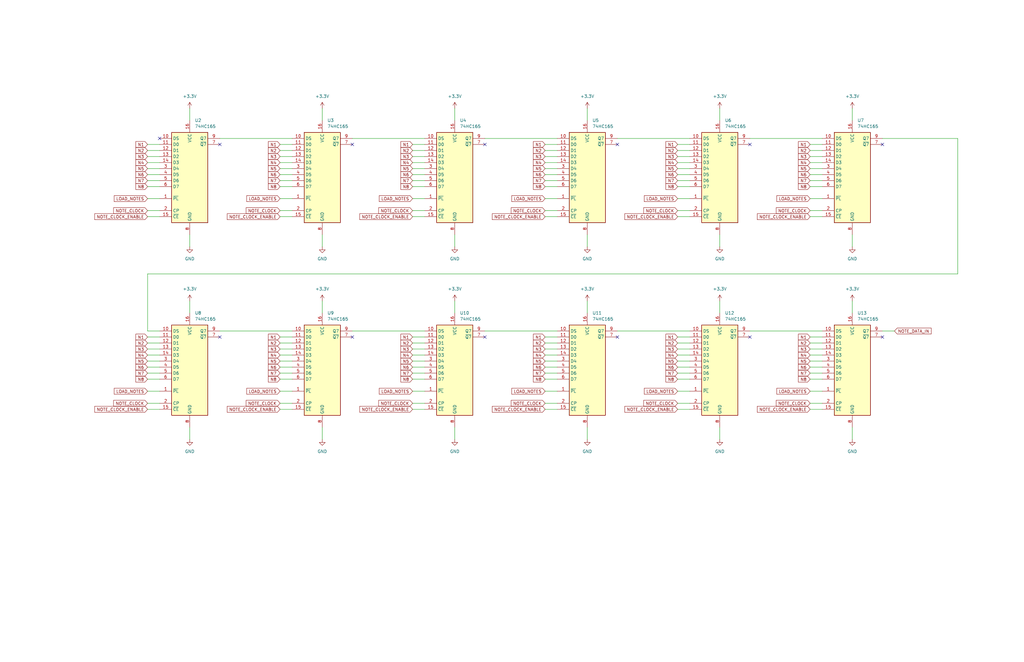
<source format=kicad_sch>
(kicad_sch (version 20250114) (generator "eeschema") (generator_version "9.0")
  (paper "B")
  (lib_symbols
    (symbol "74xx:74HC165"
      (property "Reference" "U" (at -7.62 19.05 0))
      (property "Value" "74HC165" (at -7.62 -21.59 0))
      (symbol "74HC165_1_0"
        (pin input line (at -12.7 15.24 0) (length 5.08) (name "DS") (number "10"))
        (pin input line (at -12.7 12.7 0) (length 5.08) (name "D0") (number "11"))
        (pin input line (at -12.7 10.16 0) (length 5.08) (name "D1") (number "12"))
        (pin input line (at -12.7 7.62 0) (length 5.08) (name "D2") (number "13"))
        (pin input line (at -12.7 5.08 0) (length 5.08) (name "D3") (number "14"))
        (pin input line (at -12.7 2.54 0) (length 5.08) (name "D4") (number "3"))
        (pin input line (at -12.7 0 0) (length 5.08) (name "D5") (number "4"))
        (pin input line (at -12.7 -2.54 0) (length 5.08) (name "D6") (number "5"))
        (pin input line (at -12.7 -5.08 0) (length 5.08) (name "D7") (number "6"))
        (pin input line (at -12.7 -10.16 0) (length 5.08) (name "~{PL}") (number "1"))
        (pin input line (at -12.7 -15.24 0) (length 5.08) (name "CP") (number "2"))
        (pin input line (at -12.7 -17.78 0) (length 5.08) (name "~{CE}") (number "15"))
        (pin power_in line (at 0 22.86 270) (length 5.08) (name "VCC") (number "16"))
        (pin power_in line (at 0 -25.4 90) (length 5.08) (name "GND") (number "8"))
        (pin output line (at 12.7 15.24 180) (length 5.08) (name "Q7") (number "9"))
        (pin output line (at 12.7 12.7 180) (length 5.08) (name "~{Q7}") (number "7"))
      )
      (symbol "74HC165_1_1"
        (rectangle (start -7.62 17.78) (end 7.62 -20.32) (stroke (width 0.254)) (fill (type background)))
      )
    )
    (symbol "power:+3.3V" (power) (pin_numbers (hide yes)) (pin_names (offset 0) (hide yes))
      (property "Value" "+3.3V" (at 0 3.556 0))
      (symbol "+3.3V_0_1"
        (polyline (pts (xy -0.762 1.27) (xy 0 2.54)))
        (polyline (pts (xy 0 2.54) (xy 0.762 1.27)))
        (polyline (pts (xy 0 0) (xy 0 2.54)))
      )
      (symbol "+3.3V_1_1"
        (pin power_in line (at 0 0 90) (length 0) (name "~") (number "1"))
      )
    )
    (symbol "power:GND" (power) (pin_numbers (hide yes)) (pin_names (offset 0) (hide yes))
      (property "Value" "GND" (at 0 -3.81 0))
      (symbol "GND_0_1"
        (polyline (pts (xy 0 0) (xy 0 -1.27) (xy 1.27 -1.27) (xy 0 -2.54) (xy -1.27 -1.27) (xy 0 -1.27)))
      )
      (symbol "GND_1_1"
        (pin power_in line (at 0 0 270) (length 0) (name "~") (number "1"))
      )
    )
  )
  (no_connect (at 92.71 60.96))
  (no_connect (at 260.35 60.96))
  (no_connect (at 148.59 60.96))
  (no_connect (at 204.47 60.96))
  (no_connect (at 92.71 142.24))
  (no_connect (at 316.23 142.24))
  (no_connect (at 260.35 142.24))
  (no_connect (at 372.11 60.96))
  (no_connect (at 67.31 58.42))
  (no_connect (at 148.59 142.24))
  (no_connect (at 204.47 142.24))
  (no_connect (at 372.11 142.24))
  (no_connect (at 316.23 60.96))
  (wire (pts (xy 229.87 152.4) (xy 234.95 152.4)))
  (wire (pts (xy 62.23 68.58) (xy 67.31 68.58)))
  (wire (pts (xy 341.63 172.72) (xy 346.71 172.72)))
  (wire (pts (xy 118.11 147.32) (xy 123.19 147.32)))
  (wire (pts (xy 285.75 170.18) (xy 290.83 170.18)))
  (wire (pts (xy 173.99 157.48) (xy 179.07 157.48)))
  (wire (pts (xy 285.75 63.5) (xy 290.83 63.5)))
  (wire (pts (xy 285.75 157.48) (xy 290.83 157.48)))
  (wire (pts (xy 191.77 180.34) (xy 191.77 185.42)))
  (wire (pts (xy 285.75 60.96) (xy 290.83 60.96)))
  (wire (pts (xy 341.63 152.4) (xy 346.71 152.4)))
  (wire (pts (xy 173.99 63.5) (xy 179.07 63.5)))
  (wire (pts (xy 118.11 68.58) (xy 123.19 68.58)))
  (wire (pts (xy 135.89 127) (xy 135.89 132.08)))
  (wire (pts (xy 229.87 78.74) (xy 234.95 78.74)))
  (wire (pts (xy 118.11 88.9) (xy 123.19 88.9)))
  (wire (pts (xy 80.01 127) (xy 80.01 132.08)))
  (wire (pts (xy 229.87 144.78) (xy 234.95 144.78)))
  (wire (pts (xy 341.63 60.96) (xy 346.71 60.96)))
  (wire (pts (xy 62.23 73.66) (xy 67.31 73.66)))
  (wire (pts (xy 303.53 99.06) (xy 303.53 104.14)))
  (wire (pts (xy 229.87 154.94) (xy 234.95 154.94)))
  (wire (pts (xy 229.87 68.58) (xy 234.95 68.58)))
  (wire (pts (xy 290.83 139.7) (xy 260.35 139.7)))
  (wire (pts (xy 247.65 127) (xy 247.65 132.08)))
  (wire (pts (xy 173.99 68.58) (xy 179.07 68.58)))
  (wire (pts (xy 285.75 73.66) (xy 290.83 73.66)))
  (wire (pts (xy 173.99 147.32) (xy 179.07 147.32)))
  (wire (pts (xy 229.87 73.66) (xy 234.95 73.66)))
  (wire (pts (xy 229.87 170.18) (xy 234.95 170.18)))
  (wire (pts (xy 260.35 58.42) (xy 290.83 58.42)))
  (wire (pts (xy 234.95 139.7) (xy 204.47 139.7)))
  (wire (pts (xy 135.89 99.06) (xy 135.89 104.14)))
  (wire (pts (xy 247.65 180.34) (xy 247.65 185.42)))
  (wire (pts (xy 229.87 165.1) (xy 234.95 165.1)))
  (wire (pts (xy 229.87 147.32) (xy 234.95 147.32)))
  (wire (pts (xy 229.87 88.9) (xy 234.95 88.9)))
  (wire (pts (xy 285.75 152.4) (xy 290.83 152.4)))
  (wire (pts (xy 341.63 154.94) (xy 346.71 154.94)))
  (wire (pts (xy 285.75 147.32) (xy 290.83 147.32)))
  (wire (pts (xy 341.63 142.24) (xy 346.71 142.24)))
  (wire (pts (xy 118.11 165.1) (xy 123.19 165.1)))
  (wire (pts (xy 303.53 127) (xy 303.53 132.08)))
  (wire (pts (xy 62.23 165.1) (xy 67.31 165.1)))
  (wire (pts (xy 173.99 83.82) (xy 179.07 83.82)))
  (wire (pts (xy 92.71 139.7) (xy 123.19 139.7)))
  (wire (pts (xy 229.87 172.72) (xy 234.95 172.72)))
  (wire (pts (xy 62.23 170.18) (xy 67.31 170.18)))
  (wire (pts (xy 341.63 73.66) (xy 346.71 73.66)))
  (wire (pts (xy 62.23 115.57) (xy 403.86 115.57)))
  (wire (pts (xy 303.53 45.72) (xy 303.53 50.8)))
  (wire (pts (xy 191.77 45.72) (xy 191.77 50.8)))
  (wire (pts (xy 118.11 144.78) (xy 123.19 144.78)))
  (wire (pts (xy 341.63 149.86) (xy 346.71 149.86)))
  (wire (pts (xy 118.11 170.18) (xy 123.19 170.18)))
  (wire (pts (xy 173.99 170.18) (xy 179.07 170.18)))
  (wire (pts (xy 285.75 144.78) (xy 290.83 144.78)))
  (wire (pts (xy 62.23 66.04) (xy 67.31 66.04)))
  (wire (pts (xy 173.99 142.24) (xy 179.07 142.24)))
  (wire (pts (xy 173.99 76.2) (xy 179.07 76.2)))
  (wire (pts (xy 62.23 76.2) (xy 67.31 76.2)))
  (wire (pts (xy 118.11 91.44) (xy 123.19 91.44)))
  (wire (pts (xy 285.75 165.1) (xy 290.83 165.1)))
  (wire (pts (xy 62.23 91.44) (xy 67.31 91.44)))
  (wire (pts (xy 285.75 172.72) (xy 290.83 172.72)))
  (wire (pts (xy 191.77 99.06) (xy 191.77 104.14)))
  (wire (pts (xy 229.87 149.86) (xy 234.95 149.86)))
  (wire (pts (xy 403.86 58.42) (xy 372.11 58.42)))
  (wire (pts (xy 341.63 88.9) (xy 346.71 88.9)))
  (wire (pts (xy 191.77 127) (xy 191.77 132.08)))
  (wire (pts (xy 135.89 45.72) (xy 135.89 50.8)))
  (wire (pts (xy 118.11 157.48) (xy 123.19 157.48)))
  (wire (pts (xy 204.47 58.42) (xy 234.95 58.42)))
  (wire (pts (xy 341.63 147.32) (xy 346.71 147.32)))
  (wire (pts (xy 285.75 160.02) (xy 290.83 160.02)))
  (wire (pts (xy 341.63 91.44) (xy 346.71 91.44)))
  (wire (pts (xy 173.99 160.02) (xy 179.07 160.02)))
  (wire (pts (xy 285.75 91.44) (xy 290.83 91.44)))
  (wire (pts (xy 229.87 63.5) (xy 234.95 63.5)))
  (wire (pts (xy 229.87 91.44) (xy 234.95 91.44)))
  (wire (pts (xy 247.65 45.72) (xy 247.65 50.8)))
  (wire (pts (xy 359.41 99.06) (xy 359.41 104.14)))
  (wire (pts (xy 229.87 71.12) (xy 234.95 71.12)))
  (wire (pts (xy 341.63 63.5) (xy 346.71 63.5)))
  (wire (pts (xy 62.23 172.72) (xy 67.31 172.72)))
  (wire (pts (xy 173.99 91.44) (xy 179.07 91.44)))
  (wire (pts (xy 118.11 172.72) (xy 123.19 172.72)))
  (wire (pts (xy 316.23 58.42) (xy 346.71 58.42)))
  (wire (pts (xy 359.41 127) (xy 359.41 132.08)))
  (wire (pts (xy 247.65 99.06) (xy 247.65 104.14)))
  (wire (pts (xy 229.87 142.24) (xy 234.95 142.24)))
  (wire (pts (xy 173.99 60.96) (xy 179.07 60.96)))
  (wire (pts (xy 62.23 160.02) (xy 67.31 160.02)))
  (wire (pts (xy 285.75 83.82) (xy 290.83 83.82)))
  (wire (pts (xy 118.11 154.94) (xy 123.19 154.94)))
  (wire (pts (xy 62.23 83.82) (xy 67.31 83.82)))
  (wire (pts (xy 341.63 68.58) (xy 346.71 68.58)))
  (wire (pts (xy 341.63 170.18) (xy 346.71 170.18)))
  (wire (pts (xy 62.23 147.32) (xy 67.31 147.32)))
  (wire (pts (xy 118.11 152.4) (xy 123.19 152.4)))
  (wire (pts (xy 341.63 165.1) (xy 346.71 165.1)))
  (wire (pts (xy 173.99 66.04) (xy 179.07 66.04)))
  (wire (pts (xy 118.11 76.2) (xy 123.19 76.2)))
  (wire (pts (xy 341.63 76.2) (xy 346.71 76.2)))
  (wire (pts (xy 118.11 160.02) (xy 123.19 160.02)))
  (wire (pts (xy 148.59 58.42) (xy 179.07 58.42)))
  (wire (pts (xy 62.23 149.86) (xy 67.31 149.86)))
  (wire (pts (xy 359.41 45.72) (xy 359.41 50.8)))
  (wire (pts (xy 62.23 78.74) (xy 67.31 78.74)))
  (wire (pts (xy 316.23 139.7) (xy 346.71 139.7)))
  (wire (pts (xy 285.75 78.74) (xy 290.83 78.74)))
  (wire (pts (xy 62.23 63.5) (xy 67.31 63.5)))
  (wire (pts (xy 173.99 71.12) (xy 179.07 71.12)))
  (wire (pts (xy 62.23 115.57) (xy 62.23 139.7)))
  (wire (pts (xy 118.11 142.24) (xy 123.19 142.24)))
  (wire (pts (xy 173.99 152.4) (xy 179.07 152.4)))
  (wire (pts (xy 118.11 66.04) (xy 123.19 66.04)))
  (wire (pts (xy 62.23 152.4) (xy 67.31 152.4)))
  (wire (pts (xy 341.63 78.74) (xy 346.71 78.74)))
  (wire (pts (xy 62.23 71.12) (xy 67.31 71.12)))
  (wire (pts (xy 92.71 58.42) (xy 123.19 58.42)))
  (wire (pts (xy 285.75 154.94) (xy 290.83 154.94)))
  (wire (pts (xy 173.99 78.74) (xy 179.07 78.74)))
  (wire (pts (xy 118.11 63.5) (xy 123.19 63.5)))
  (wire (pts (xy 173.99 165.1) (xy 179.07 165.1)))
  (wire (pts (xy 229.87 60.96) (xy 234.95 60.96)))
  (wire (pts (xy 173.99 149.86) (xy 179.07 149.86)))
  (wire (pts (xy 135.89 180.34) (xy 135.89 185.42)))
  (wire (pts (xy 118.11 78.74) (xy 123.19 78.74)))
  (wire (pts (xy 341.63 83.82) (xy 346.71 83.82)))
  (wire (pts (xy 285.75 149.86) (xy 290.83 149.86)))
  (wire (pts (xy 341.63 66.04) (xy 346.71 66.04)))
  (wire (pts (xy 62.23 88.9) (xy 67.31 88.9)))
  (wire (pts (xy 80.01 180.34) (xy 80.01 185.42)))
  (wire (pts (xy 285.75 76.2) (xy 290.83 76.2)))
  (wire (pts (xy 62.23 154.94) (xy 67.31 154.94)))
  (wire (pts (xy 80.01 45.72) (xy 80.01 50.8)))
  (wire (pts (xy 62.23 157.48) (xy 67.31 157.48)))
  (wire (pts (xy 80.01 99.06) (xy 80.01 104.14)))
  (wire (pts (xy 285.75 66.04) (xy 290.83 66.04)))
  (wire (pts (xy 179.07 139.7) (xy 148.59 139.7)))
  (wire (pts (xy 62.23 139.7) (xy 67.31 139.7)))
  (wire (pts (xy 173.99 144.78) (xy 179.07 144.78)))
  (wire (pts (xy 359.41 180.34) (xy 359.41 185.42)))
  (wire (pts (xy 62.23 60.96) (xy 67.31 60.96)))
  (wire (pts (xy 173.99 88.9) (xy 179.07 88.9)))
  (wire (pts (xy 118.11 83.82) (xy 123.19 83.82)))
  (wire (pts (xy 341.63 157.48) (xy 346.71 157.48)))
  (wire (pts (xy 303.53 180.34) (xy 303.53 185.42)))
  (wire (pts (xy 173.99 73.66) (xy 179.07 73.66)))
  (wire (pts (xy 173.99 154.94) (xy 179.07 154.94)))
  (wire (pts (xy 285.75 71.12) (xy 290.83 71.12)))
  (wire (pts (xy 285.75 142.24) (xy 290.83 142.24)))
  (wire (pts (xy 403.86 115.57) (xy 403.86 58.42)))
  (wire (pts (xy 118.11 73.66) (xy 123.19 73.66)))
  (wire (pts (xy 229.87 160.02) (xy 234.95 160.02)))
  (wire (pts (xy 341.63 144.78) (xy 346.71 144.78)))
  (wire (pts (xy 341.63 71.12) (xy 346.71 71.12)))
  (wire (pts (xy 285.75 88.9) (xy 290.83 88.9)))
  (wire (pts (xy 62.23 144.78) (xy 67.31 144.78)))
  (wire (pts (xy 285.75 68.58) (xy 290.83 68.58)))
  (wire (pts (xy 118.11 149.86) (xy 123.19 149.86)))
  (wire (pts (xy 229.87 83.82) (xy 234.95 83.82)))
  (wire (pts (xy 118.11 60.96) (xy 123.19 60.96)))
  (wire (pts (xy 229.87 66.04) (xy 234.95 66.04)))
  (wire (pts (xy 229.87 76.2) (xy 234.95 76.2)))
  (wire (pts (xy 173.99 172.72) (xy 179.07 172.72)))
  (wire (pts (xy 341.63 160.02) (xy 346.71 160.02)))
  (wire (pts (xy 62.23 142.24) (xy 67.31 142.24)))
  (wire (pts (xy 118.11 71.12) (xy 123.19 71.12)))
  (wire (pts (xy 229.87 157.48) (xy 234.95 157.48)))
  (wire (pts (xy 372.11 139.7) (xy 377.19 139.7)))
  (global_label "N4" (shape input) (at 229.87 149.86 180) (property "Intersheetrefs" "${INTERSHEET_REFS}" (effects (hide yes))))
  (global_label "N1" (shape input) (at 62.23 142.24 180) (property "Intersheetrefs" "${INTERSHEET_REFS}" (effects (hide yes))))
  (global_label "N8" (shape input) (at 173.99 78.74 180) (property "Intersheetrefs" "${INTERSHEET_REFS}" (effects (hide yes))))
  (global_label "N7" (shape input) (at 229.87 157.48 180) (property "Intersheetrefs" "${INTERSHEET_REFS}" (effects (hide yes))))
  (global_label "N4" (shape input) (at 173.99 68.58 180) (property "Intersheetrefs" "${INTERSHEET_REFS}" (effects (hide yes))))
  (global_label "N4" (shape input) (at 118.11 68.58 180) (property "Intersheetrefs" "${INTERSHEET_REFS}" (effects (hide yes))))
  (global_label "NOTE_CLOCK_ENABLE" (shape input) (at 173.99 91.44 180) (property "Intersheetrefs" "${INTERSHEET_REFS}" (effects (hide yes))))
  (global_label "NOTE_CLOCK_ENABLE" (shape input) (at 62.23 172.72 180) (property "Intersheetrefs" "${INTERSHEET_REFS}" (effects (hide yes))))
  (global_label "N5" (shape input) (at 173.99 71.12 180) (property "Intersheetrefs" "${INTERSHEET_REFS}" (effects (hide yes))))
  (global_label "N3" (shape input) (at 285.75 66.04 180) (property "Intersheetrefs" "${INTERSHEET_REFS}" (effects (hide yes))))
  (global_label "N2" (shape input) (at 341.63 144.78 180) (property "Intersheetrefs" "${INTERSHEET_REFS}" (effects (hide yes))))
  (global_label "N2" (shape input) (at 118.11 144.78 180) (property "Intersheetrefs" "${INTERSHEET_REFS}" (effects (hide yes))))
  (global_label "NOTE_CLOCK_ENABLE" (shape input) (at 118.11 172.72 180) (property "Intersheetrefs" "${INTERSHEET_REFS}" (effects (hide yes))))
  (global_label "N3" (shape input) (at 229.87 66.04 180) (property "Intersheetrefs" "${INTERSHEET_REFS}" (effects (hide yes))))
  (global_label "NOTE_CLOCK" (shape input) (at 118.11 170.18 180) (property "Intersheetrefs" "${INTERSHEET_REFS}" (effects (hide yes))))
  (global_label "NOTE_CLOCK_ENABLE" (shape input) (at 118.11 91.44 180) (property "Intersheetrefs" "${INTERSHEET_REFS}" (effects (hide yes))))
  (global_label "N6" (shape input) (at 118.11 154.94 180) (property "Intersheetrefs" "${INTERSHEET_REFS}" (effects (hide yes))))
  (global_label "N7" (shape input) (at 285.75 157.48 180) (property "Intersheetrefs" "${INTERSHEET_REFS}" (effects (hide yes))))
  (global_label "NOTE_CLOCK_ENABLE" (shape input) (at 341.63 91.44 180) (property "Intersheetrefs" "${INTERSHEET_REFS}" (effects (hide yes))))
  (global_label "LOAD_NOTES" (shape input) (at 62.23 83.82 180) (property "Intersheetrefs" "${INTERSHEET_REFS}" (effects (hide yes))))
  (global_label "N8" (shape input) (at 62.23 160.02 180) (property "Intersheetrefs" "${INTERSHEET_REFS}" (effects (hide yes))))
  (global_label "NOTE_CLOCK" (shape input) (at 118.11 88.9 180) (property "Intersheetrefs" "${INTERSHEET_REFS}" (effects (hide yes))))
  (global_label "N6" (shape input) (at 341.63 154.94 180) (property "Intersheetrefs" "${INTERSHEET_REFS}" (effects (hide yes))))
  (global_label "NOTE_CLOCK_ENABLE" (shape input) (at 62.23 91.44 180) (property "Intersheetrefs" "${INTERSHEET_REFS}" (effects (hide yes))))
  (global_label "N3" (shape input) (at 173.99 147.32 180) (property "Intersheetrefs" "${INTERSHEET_REFS}" (effects (hide yes))))
  (global_label "NOTE_CLOCK" (shape input) (at 285.75 170.18 180) (property "Intersheetrefs" "${INTERSHEET_REFS}" (effects (hide yes))))
  (global_label "N1" (shape input) (at 285.75 142.24 180) (property "Intersheetrefs" "${INTERSHEET_REFS}" (effects (hide yes))))
  (global_label "N1" (shape input) (at 229.87 142.24 180) (property "Intersheetrefs" "${INTERSHEET_REFS}" (effects (hide yes))))
  (global_label "N7" (shape input) (at 173.99 157.48 180) (property "Intersheetrefs" "${INTERSHEET_REFS}" (effects (hide yes))))
  (global_label "N4" (shape input) (at 229.87 68.58 180) (property "Intersheetrefs" "${INTERSHEET_REFS}" (effects (hide yes))))
  (global_label "N7" (shape input) (at 118.11 157.48 180) (property "Intersheetrefs" "${INTERSHEET_REFS}" (effects (hide yes))))
  (global_label "N6" (shape input) (at 62.23 73.66 180) (property "Intersheetrefs" "${INTERSHEET_REFS}" (effects (hide yes))))
  (global_label "NOTE_CLOCK_ENABLE" (shape input) (at 341.63 172.72 180) (property "Intersheetrefs" "${INTERSHEET_REFS}" (effects (hide yes))))
  (global_label "N5" (shape input) (at 341.63 71.12 180) (property "Intersheetrefs" "${INTERSHEET_REFS}" (effects (hide yes))))
  (global_label "N3" (shape input) (at 118.11 66.04 180) (property "Intersheetrefs" "${INTERSHEET_REFS}" (effects (hide yes))))
  (global_label "N2" (shape input) (at 173.99 144.78 180) (property "Intersheetrefs" "${INTERSHEET_REFS}" (effects (hide yes))))
  (global_label "LOAD_NOTES" (shape input) (at 229.87 83.82 180) (property "Intersheetrefs" "${INTERSHEET_REFS}" (effects (hide yes))))
  (global_label "N8" (shape input) (at 118.11 78.74 180) (property "Intersheetrefs" "${INTERSHEET_REFS}" (effects (hide yes))))
  (global_label "N7" (shape input) (at 341.63 157.48 180) (property "Intersheetrefs" "${INTERSHEET_REFS}" (effects (hide yes))))
  (global_label "N2" (shape input) (at 341.63 63.5 180) (property "Intersheetrefs" "${INTERSHEET_REFS}" (effects (hide yes))))
  (global_label "N5" (shape input) (at 229.87 71.12 180) (property "Intersheetrefs" "${INTERSHEET_REFS}" (effects (hide yes))))
  (global_label "N3" (shape input) (at 341.63 147.32 180) (property "Intersheetrefs" "${INTERSHEET_REFS}" (effects (hide yes))))
  (global_label "N1" (shape input) (at 229.87 60.96 180) (property "Intersheetrefs" "${INTERSHEET_REFS}" (effects (hide yes))))
  (global_label "LOAD_NOTES" (shape input) (at 229.87 165.1 180) (property "Intersheetrefs" "${INTERSHEET_REFS}" (effects (hide yes))))
  (global_label "N1" (shape input) (at 118.11 142.24 180) (property "Intersheetrefs" "${INTERSHEET_REFS}" (effects (hide yes))))
  (global_label "NOTE_CLOCK" (shape input) (at 341.63 88.9 180) (property "Intersheetrefs" "${INTERSHEET_REFS}" (effects (hide yes))))
  (global_label "N7" (shape input) (at 62.23 157.48 180) (property "Intersheetrefs" "${INTERSHEET_REFS}" (effects (hide yes))))
  (global_label "N1" (shape input) (at 62.23 60.96 180) (property "Intersheetrefs" "${INTERSHEET_REFS}" (effects (hide yes))))
  (global_label "N8" (shape input) (at 62.23 78.74 180) (property "Intersheetrefs" "${INTERSHEET_REFS}" (effects (hide yes))))
  (global_label "N8" (shape input) (at 229.87 160.02 180) (property "Intersheetrefs" "${INTERSHEET_REFS}" (effects (hide yes))))
  (global_label "N2" (shape input) (at 173.99 63.5 180) (property "Intersheetrefs" "${INTERSHEET_REFS}" (effects (hide yes))))
  (global_label "LOAD_NOTES" (shape input) (at 341.63 83.82 180) (property "Intersheetrefs" "${INTERSHEET_REFS}" (effects (hide yes))))
  (global_label "N6" (shape input) (at 173.99 154.94 180) (property "Intersheetrefs" "${INTERSHEET_REFS}" (effects (hide yes))))
  (global_label "N8" (shape input) (at 285.75 78.74 180) (property "Intersheetrefs" "${INTERSHEET_REFS}" (effects (hide yes))))
  (global_label "LOAD_NOTES" (shape input) (at 173.99 165.1 180) (property "Intersheetrefs" "${INTERSHEET_REFS}" (effects (hide yes))))
  (global_label "NOTE_CLOCK_ENABLE" (shape input) (at 229.87 172.72 180) (property "Intersheetrefs" "${INTERSHEET_REFS}" (effects (hide yes))))
  (global_label "NOTE_CLOCK_ENABLE" (shape input) (at 173.99 172.72 180) (property "Intersheetrefs" "${INTERSHEET_REFS}" (effects (hide yes))))
  (global_label "N3" (shape input) (at 118.11 147.32 180) (property "Intersheetrefs" "${INTERSHEET_REFS}" (effects (hide yes))))
  (global_label "LOAD_NOTES" (shape input) (at 118.11 165.1 180) (property "Intersheetrefs" "${INTERSHEET_REFS}" (effects (hide yes))))
  (global_label "N4" (shape input) (at 285.75 149.86 180) (property "Intersheetrefs" "${INTERSHEET_REFS}" (effects (hide yes))))
  (global_label "NOTE_CLOCK_ENABLE" (shape input) (at 285.75 91.44 180) (property "Intersheetrefs" "${INTERSHEET_REFS}" (effects (hide yes))))
  (global_label "N6" (shape input) (at 229.87 73.66 180) (property "Intersheetrefs" "${INTERSHEET_REFS}" (effects (hide yes))))
  (global_label "N4" (shape input) (at 173.99 149.86 180) (property "Intersheetrefs" "${INTERSHEET_REFS}" (effects (hide yes))))
  (global_label "N6" (shape input) (at 118.11 73.66 180) (property "Intersheetrefs" "${INTERSHEET_REFS}" (effects (hide yes))))
  (global_label "LOAD_NOTES" (shape input) (at 285.75 83.82 180) (property "Intersheetrefs" "${INTERSHEET_REFS}" (effects (hide yes))))
  (global_label "N6" (shape input) (at 285.75 73.66 180) (property "Intersheetrefs" "${INTERSHEET_REFS}" (effects (hide yes))))
  (global_label "N4" (shape input) (at 118.11 149.86 180) (property "Intersheetrefs" "${INTERSHEET_REFS}" (effects (hide yes))))
  (global_label "N1" (shape input) (at 341.63 142.24 180) (property "Intersheetrefs" "${INTERSHEET_REFS}" (effects (hide yes))))
  (global_label "N3" (shape input) (at 62.23 66.04 180) (property "Intersheetrefs" "${INTERSHEET_REFS}" (effects (hide yes))))
  (global_label "N5" (shape input) (at 118.11 152.4 180) (property "Intersheetrefs" "${INTERSHEET_REFS}" (effects (hide yes))))
  (global_label "N5" (shape input) (at 285.75 71.12 180) (property "Intersheetrefs" "${INTERSHEET_REFS}" (effects (hide yes))))
  (global_label "N3" (shape input) (at 229.87 147.32 180) (property "Intersheetrefs" "${INTERSHEET_REFS}" (effects (hide yes))))
  (global_label "N6" (shape input) (at 62.23 154.94 180) (property "Intersheetrefs" "${INTERSHEET_REFS}" (effects (hide yes))))
  (global_label "NOTE_DATA_IN" (shape input) (at 377.19 139.7 0) (property "Intersheetrefs" "${INTERSHEET_REFS}" (effects (hide yes))))
  (global_label "N3" (shape input) (at 173.99 66.04 180) (property "Intersheetrefs" "${INTERSHEET_REFS}" (effects (hide yes))))
  (global_label "N5" (shape input) (at 229.87 152.4 180) (property "Intersheetrefs" "${INTERSHEET_REFS}" (effects (hide yes))))
  (global_label "N6" (shape input) (at 285.75 154.94 180) (property "Intersheetrefs" "${INTERSHEET_REFS}" (effects (hide yes))))
  (global_label "N5" (shape input) (at 341.63 152.4 180) (property "Intersheetrefs" "${INTERSHEET_REFS}" (effects (hide yes))))
  (global_label "N3" (shape input) (at 285.75 147.32 180) (property "Intersheetrefs" "${INTERSHEET_REFS}" (effects (hide yes))))
  (global_label "N5" (shape input) (at 118.11 71.12 180) (property "Intersheetrefs" "${INTERSHEET_REFS}" (effects (hide yes))))
  (global_label "N4" (shape input) (at 341.63 149.86 180) (property "Intersheetrefs" "${INTERSHEET_REFS}" (effects (hide yes))))
  (global_label "NOTE_CLOCK" (shape input) (at 229.87 170.18 180) (property "Intersheetrefs" "${INTERSHEET_REFS}" (effects (hide yes))))
  (global_label "N1" (shape input) (at 285.75 60.96 180) (property "Intersheetrefs" "${INTERSHEET_REFS}" (effects (hide yes))))
  (global_label "N7" (shape input) (at 173.99 76.2 180) (property "Intersheetrefs" "${INTERSHEET_REFS}" (effects (hide yes))))
  (global_label "N5" (shape input) (at 62.23 152.4 180) (property "Intersheetrefs" "${INTERSHEET_REFS}" (effects (hide yes))))
  (global_label "N7" (shape input) (at 341.63 76.2 180) (property "Intersheetrefs" "${INTERSHEET_REFS}" (effects (hide yes))))
  (global_label "N4" (shape input) (at 285.75 68.58 180) (property "Intersheetrefs" "${INTERSHEET_REFS}" (effects (hide yes))))
  (global_label "N2" (shape input) (at 62.23 144.78 180) (property "Intersheetrefs" "${INTERSHEET_REFS}" (effects (hide yes))))
  (global_label "N7" (shape input) (at 62.23 76.2 180) (property "Intersheetrefs" "${INTERSHEET_REFS}" (effects (hide yes))))
  (global_label "N7" (shape input) (at 229.87 76.2 180) (property "Intersheetrefs" "${INTERSHEET_REFS}" (effects (hide yes))))
  (global_label "NOTE_CLOCK_ENABLE" (shape input) (at 229.87 91.44 180) (property "Intersheetrefs" "${INTERSHEET_REFS}" (effects (hide yes))))
  (global_label "NOTE_CLOCK" (shape input) (at 173.99 170.18 180) (property "Intersheetrefs" "${INTERSHEET_REFS}" (effects (hide yes))))
  (global_label "N1" (shape input) (at 173.99 142.24 180) (property "Intersheetrefs" "${INTERSHEET_REFS}" (effects (hide yes))))
  (global_label "N8" (shape input) (at 118.11 160.02 180) (property "Intersheetrefs" "${INTERSHEET_REFS}" (effects (hide yes))))
  (global_label "N6" (shape input) (at 229.87 154.94 180) (property "Intersheetrefs" "${INTERSHEET_REFS}" (effects (hide yes))))
  (global_label "NOTE_CLOCK" (shape input) (at 173.99 88.9 180) (property "Intersheetrefs" "${INTERSHEET_REFS}" (effects (hide yes))))
  (global_label "N5" (shape input) (at 285.75 152.4 180) (property "Intersheetrefs" "${INTERSHEET_REFS}" (effects (hide yes))))
  (global_label "N1" (shape input) (at 118.11 60.96 180) (property "Intersheetrefs" "${INTERSHEET_REFS}" (effects (hide yes))))
  (global_label "N3" (shape input) (at 341.63 66.04 180) (property "Intersheetrefs" "${INTERSHEET_REFS}" (effects (hide yes))))
  (global_label "N8" (shape input) (at 341.63 160.02 180) (property "Intersheetrefs" "${INTERSHEET_REFS}" (effects (hide yes))))
  (global_label "NOTE_CLOCK" (shape input) (at 285.75 88.9 180) (property "Intersheetrefs" "${INTERSHEET_REFS}" (effects (hide yes))))
  (global_label "LOAD_NOTES" (shape input) (at 285.75 165.1 180) (property "Intersheetrefs" "${INTERSHEET_REFS}" (effects (hide yes))))
  (global_label "LOAD_NOTES" (shape input) (at 62.23 165.1 180) (property "Intersheetrefs" "${INTERSHEET_REFS}" (effects (hide yes))))
  (global_label "N4" (shape input) (at 62.23 149.86 180) (property "Intersheetrefs" "${INTERSHEET_REFS}" (effects (hide yes))))
  (global_label "N6" (shape input) (at 173.99 73.66 180) (property "Intersheetrefs" "${INTERSHEET_REFS}" (effects (hide yes))))
  (global_label "N5" (shape input) (at 62.23 71.12 180) (property "Intersheetrefs" "${INTERSHEET_REFS}" (effects (hide yes))))
  (global_label "N2" (shape input) (at 62.23 63.5 180) (property "Intersheetrefs" "${INTERSHEET_REFS}" (effects (hide yes))))
  (global_label "N7" (shape input) (at 118.11 76.2 180) (property "Intersheetrefs" "${INTERSHEET_REFS}" (effects (hide yes))))
  (global_label "N7" (shape input) (at 285.75 76.2 180) (property "Intersheetrefs" "${INTERSHEET_REFS}" (effects (hide yes))))
  (global_label "N8" (shape input) (at 285.75 160.02 180) (property "Intersheetrefs" "${INTERSHEET_REFS}" (effects (hide yes))))
  (global_label "NOTE_CLOCK_ENABLE" (shape input) (at 285.75 172.72 180) (property "Intersheetrefs" "${INTERSHEET_REFS}" (effects (hide yes))))
  (global_label "N8" (shape input) (at 173.99 160.02 180) (property "Intersheetrefs" "${INTERSHEET_REFS}" (effects (hide yes))))
  (global_label "NOTE_CLOCK" (shape input) (at 229.87 88.9 180) (property "Intersheetrefs" "${INTERSHEET_REFS}" (effects (hide yes))))
  (global_label "N8" (shape input) (at 341.63 78.74 180) (property "Intersheetrefs" "${INTERSHEET_REFS}" (effects (hide yes))))
  (global_label "N4" (shape input) (at 341.63 68.58 180) (property "Intersheetrefs" "${INTERSHEET_REFS}" (effects (hide yes))))
  (global_label "NOTE_CLOCK" (shape input) (at 62.23 170.18 180) (property "Intersheetrefs" "${INTERSHEET_REFS}" (effects (hide yes))))
  (global_label "LOAD_NOTES" (shape input) (at 173.99 83.82 180) (property "Intersheetrefs" "${INTERSHEET_REFS}" (effects (hide yes))))
  (global_label "N8" (shape input) (at 229.87 78.74 180) (property "Intersheetrefs" "${INTERSHEET_REFS}" (effects (hide yes))))
  (global_label "NOTE_CLOCK" (shape input) (at 341.63 170.18 180) (property "Intersheetrefs" "${INTERSHEET_REFS}" (effects (hide yes))))
  (global_label "N2" (shape input) (at 285.75 144.78 180) (property "Intersheetrefs" "${INTERSHEET_REFS}" (effects (hide yes))))
  (global_label "N2" (shape input) (at 229.87 144.78 180) (property "Intersheetrefs" "${INTERSHEET_REFS}" (effects (hide yes))))
  (global_label "N5" (shape input) (at 173.99 152.4 180) (property "Intersheetrefs" "${INTERSHEET_REFS}" (effects (hide yes))))
  (global_label "N3" (shape input) (at 62.23 147.32 180) (property "Intersheetrefs" "${INTERSHEET_REFS}" (effects (hide yes))))
  (global_label "N2" (shape input) (at 229.87 63.5 180) (property "Intersheetrefs" "${INTERSHEET_REFS}" (effects (hide yes))))
  (global_label "N4" (shape input) (at 62.23 68.58 180) (property "Intersheetrefs" "${INTERSHEET_REFS}" (effects (hide yes))))
  (global_label "LOAD_NOTES" (shape input) (at 341.63 165.1 180) (property "Intersheetrefs" "${INTERSHEET_REFS}" (effects (hide yes))))
  (global_label "N2" (shape input) (at 285.75 63.5 180) (property "Intersheetrefs" "${INTERSHEET_REFS}" (effects (hide yes))))
  (global_label "N1" (shape input) (at 341.63 60.96 180) (property "Intersheetrefs" "${INTERSHEET_REFS}" (effects (hide yes))))
  (global_label "N2" (shape input) (at 118.11 63.5 180) (property "Intersheetrefs" "${INTERSHEET_REFS}" (effects (hide yes))))
  (global_label "LOAD_NOTES" (shape input) (at 118.11 83.82 180) (property "Intersheetrefs" "${INTERSHEET_REFS}" (effects (hide yes))))
  (global_label "N6" (shape input) (at 341.63 73.66 180) (property "Intersheetrefs" "${INTERSHEET_REFS}" (effects (hide yes))))
  (global_label "N1" (shape input) (at 173.99 60.96 180) (property "Intersheetrefs" "${INTERSHEET_REFS}" (effects (hide yes))))
  (global_label "NOTE_CLOCK" (shape input) (at 62.23 88.9 180) (property "Intersheetrefs" "${INTERSHEET_REFS}" (effects (hide yes))))
  (symbol (lib_id "power:GND") (at 191.77 185.42 0) (unit 1)
    (property "Reference" "#PWR039" (effects (hide yes)))
    (property "Value" "GND" (at 191.77 190.5 0))
    (property "Description" "Power symbol creates a global label with name \"GND\" , ground" (effects (hide yes)))
  )
  (symbol (lib_id "74xx:74HC165") (at 359.41 73.66 0) (unit 1)
    (property "Reference" "U7" (at 361.5533 50.8 0) (effects (justify left)))
    (property "Value" "74HC165" (at 361.5533 53.34 0) (effects (justify left)))
    (property "Datasheet" "https://assets.nexperia.com/documents/data-sheet/74HC_HCT165.pdf" (effects (hide yes)))
    (property "Description" "Shift Register, 8-bit, Parallel Load" (effects (hide yes)))
  )
  (symbol (lib_id "power:GND") (at 80.01 104.14 0) (unit 1)
    (property "Reference" "#PWR010" (effects (hide yes)))
    (property "Value" "GND" (at 80.01 109.22 0))
    (property "Description" "Power symbol creates a global label with name \"GND\" , ground" (effects (hide yes)))
  )
  (symbol (lib_id "74xx:74HC165") (at 80.01 73.66 0) (unit 1)
    (property "Reference" "U2" (at 82.1533 50.8 0) (effects (justify left)))
    (property "Value" "74HC165" (at 82.1533 53.34 0) (effects (justify left)))
    (property "Datasheet" "https://assets.nexperia.com/documents/data-sheet/74HC_HCT165.pdf" (effects (hide yes)))
    (property "Description" "Shift Register, 8-bit, Parallel Load" (effects (hide yes)))
  )
  (symbol (lib_id "74xx:74HC165") (at 191.77 73.66 0) (unit 1)
    (property "Reference" "U4" (at 193.9133 50.8 0) (effects (justify left)))
    (property "Value" "74HC165" (at 193.9133 53.34 0) (effects (justify left)))
    (property "Datasheet" "https://assets.nexperia.com/documents/data-sheet/74HC_HCT165.pdf" (effects (hide yes)))
    (property "Description" "Shift Register, 8-bit, Parallel Load" (effects (hide yes)))
  )
  (symbol (lib_id "74xx:74HC165") (at 135.89 154.94 0) (unit 1)
    (property "Reference" "U9" (at 138.0333 132.08 0) (effects (justify left)))
    (property "Value" "74HC165" (at 138.0333 134.62 0) (effects (justify left)))
    (property "Datasheet" "https://assets.nexperia.com/documents/data-sheet/74HC_HCT165.pdf" (effects (hide yes)))
    (property "Description" "Shift Register, 8-bit, Parallel Load" (effects (hide yes)))
  )
  (symbol (lib_id "power:+3.3V") (at 247.65 45.72 0) (unit 1)
    (property "Reference" "#PWR016" (effects (hide yes)))
    (property "Value" "+3.3V" (at 247.65 40.64 0))
    (property "Description" "Power symbol creates a global label with name \"+3.3V\"" (effects (hide yes)))
  )
  (symbol (lib_id "74xx:74HC165") (at 303.53 73.66 0) (unit 1)
    (property "Reference" "U6" (at 305.6733 50.8 0) (effects (justify left)))
    (property "Value" "74HC165" (at 305.6733 53.34 0) (effects (justify left)))
    (property "Datasheet" "https://assets.nexperia.com/documents/data-sheet/74HC_HCT165.pdf" (effects (hide yes)))
    (property "Description" "Shift Register, 8-bit, Parallel Load" (effects (hide yes)))
  )
  (symbol (lib_id "power:+3.3V") (at 247.65 127 0) (unit 1)
    (property "Reference" "#PWR040" (effects (hide yes)))
    (property "Value" "+3.3V" (at 247.65 121.92 0))
    (property "Description" "Power symbol creates a global label with name \"+3.3V\"" (effects (hide yes)))
  )
  (symbol (lib_id "power:+3.3V") (at 80.01 127 0) (unit 1)
    (property "Reference" "#PWR022" (effects (hide yes)))
    (property "Value" "+3.3V" (at 80.01 121.92 0))
    (property "Description" "Power symbol creates a global label with name \"+3.3V\"" (effects (hide yes)))
  )
  (symbol (lib_id "74xx:74HC165") (at 135.89 73.66 0) (unit 1)
    (property "Reference" "U3" (at 138.0333 50.8 0) (effects (justify left)))
    (property "Value" "74HC165" (at 138.0333 53.34 0) (effects (justify left)))
    (property "Datasheet" "https://assets.nexperia.com/documents/data-sheet/74HC_HCT165.pdf" (effects (hide yes)))
    (property "Description" "Shift Register, 8-bit, Parallel Load" (effects (hide yes)))
  )
  (symbol (lib_id "power:GND") (at 191.77 104.14 0) (unit 1)
    (property "Reference" "#PWR015" (effects (hide yes)))
    (property "Value" "GND" (at 191.77 109.22 0))
    (property "Description" "Power symbol creates a global label with name \"GND\" , ground" (effects (hide yes)))
  )
  (symbol (lib_id "power:+3.3V") (at 359.41 45.72 0) (unit 1)
    (property "Reference" "#PWR020" (effects (hide yes)))
    (property "Value" "+3.3V" (at 359.41 40.64 0))
    (property "Description" "Power symbol creates a global label with name \"+3.3V\"" (effects (hide yes)))
  )
  (symbol (lib_id "power:+3.3V") (at 303.53 45.72 0) (unit 1)
    (property "Reference" "#PWR018" (effects (hide yes)))
    (property "Value" "+3.3V" (at 303.53 40.64 0))
    (property "Description" "Power symbol creates a global label with name \"+3.3V\"" (effects (hide yes)))
  )
  (symbol (lib_id "power:+3.3V") (at 135.89 127 0) (unit 1)
    (property "Reference" "#PWR036" (effects (hide yes)))
    (property "Value" "+3.3V" (at 135.89 121.92 0))
    (property "Description" "Power symbol creates a global label with name \"+3.3V\"" (effects (hide yes)))
  )
  (symbol (lib_id "power:+3.3V") (at 303.53 127 0) (unit 1)
    (property "Reference" "#PWR042" (effects (hide yes)))
    (property "Value" "+3.3V" (at 303.53 121.92 0))
    (property "Description" "Power symbol creates a global label with name \"+3.3V\"" (effects (hide yes)))
  )
  (symbol (lib_id "power:GND") (at 303.53 185.42 0) (unit 1)
    (property "Reference" "#PWR043" (effects (hide yes)))
    (property "Value" "GND" (at 303.53 190.5 0))
    (property "Description" "Power symbol creates a global label with name \"GND\" , ground" (effects (hide yes)))
  )
  (symbol (lib_id "power:GND") (at 80.01 185.42 0) (unit 1)
    (property "Reference" "#PWR023" (effects (hide yes)))
    (property "Value" "GND" (at 80.01 190.5 0))
    (property "Description" "Power symbol creates a global label with name \"GND\" , ground" (effects (hide yes)))
  )
  (symbol (lib_id "power:GND") (at 247.65 104.14 0) (unit 1)
    (property "Reference" "#PWR017" (effects (hide yes)))
    (property "Value" "GND" (at 247.65 109.22 0))
    (property "Description" "Power symbol creates a global label with name \"GND\" , ground" (effects (hide yes)))
  )
  (symbol (lib_id "power:GND") (at 359.41 104.14 0) (unit 1)
    (property "Reference" "#PWR021" (effects (hide yes)))
    (property "Value" "GND" (at 359.41 109.22 0))
    (property "Description" "Power symbol creates a global label with name \"GND\" , ground" (effects (hide yes)))
  )
  (symbol (lib_id "74xx:74HC165") (at 303.53 154.94 0) (unit 1)
    (property "Reference" "U12" (at 305.6733 132.08 0) (effects (justify left)))
    (property "Value" "74HC165" (at 305.6733 134.62 0) (effects (justify left)))
    (property "Datasheet" "https://assets.nexperia.com/documents/data-sheet/74HC_HCT165.pdf" (effects (hide yes)))
    (property "Description" "Shift Register, 8-bit, Parallel Load" (effects (hide yes)))
  )
  (symbol (lib_id "power:GND") (at 359.41 185.42 0) (unit 1)
    (property "Reference" "#PWR057" (effects (hide yes)))
    (property "Value" "GND" (at 359.41 190.5 0))
    (property "Description" "Power symbol creates a global label with name \"GND\" , ground" (effects (hide yes)))
  )
  (symbol (lib_id "74xx:74HC165") (at 247.65 154.94 0) (unit 1)
    (property "Reference" "U11" (at 249.7933 132.08 0) (effects (justify left)))
    (property "Value" "74HC165" (at 249.7933 134.62 0) (effects (justify left)))
    (property "Datasheet" "https://assets.nexperia.com/documents/data-sheet/74HC_HCT165.pdf" (effects (hide yes)))
    (property "Description" "Shift Register, 8-bit, Parallel Load" (effects (hide yes)))
  )
  (symbol (lib_id "74xx:74HC165") (at 191.77 154.94 0) (unit 1)
    (property "Reference" "U10" (at 193.9133 132.08 0) (effects (justify left)))
    (property "Value" "74HC165" (at 193.9133 134.62 0) (effects (justify left)))
    (property "Datasheet" "https://assets.nexperia.com/documents/data-sheet/74HC_HCT165.pdf" (effects (hide yes)))
    (property "Description" "Shift Register, 8-bit, Parallel Load" (effects (hide yes)))
  )
  (symbol (lib_id "power:GND") (at 303.53 104.14 0) (unit 1)
    (property "Reference" "#PWR019" (effects (hide yes)))
    (property "Value" "GND" (at 303.53 109.22 0))
    (property "Description" "Power symbol creates a global label with name \"GND\" , ground" (effects (hide yes)))
  )
  (symbol (lib_id "power:+3.3V") (at 191.77 127 0) (unit 1)
    (property "Reference" "#PWR038" (effects (hide yes)))
    (property "Value" "+3.3V" (at 191.77 121.92 0))
    (property "Description" "Power symbol creates a global label with name \"+3.3V\"" (effects (hide yes)))
  )
  (symbol (lib_id "74xx:74HC165") (at 80.01 154.94 0) (unit 1)
    (property "Reference" "U8" (at 82.1533 132.08 0) (effects (justify left)))
    (property "Value" "74HC165" (at 82.1533 134.62 0) (effects (justify left)))
    (property "Datasheet" "https://assets.nexperia.com/documents/data-sheet/74HC_HCT165.pdf" (effects (hide yes)))
    (property "Description" "Shift Register, 8-bit, Parallel Load" (effects (hide yes)))
  )
  (symbol (lib_id "power:+3.3V") (at 359.41 127 0) (unit 1)
    (property "Reference" "#PWR056" (effects (hide yes)))
    (property "Value" "+3.3V" (at 359.41 121.92 0))
    (property "Description" "Power symbol creates a global label with name \"+3.3V\"" (effects (hide yes)))
  )
  (symbol (lib_id "power:GND") (at 135.89 104.14 0) (unit 1)
    (property "Reference" "#PWR013" (effects (hide yes)))
    (property "Value" "GND" (at 135.89 109.22 0))
    (property "Description" "Power symbol creates a global label with name \"GND\" , ground" (effects (hide yes)))
  )
  (symbol (lib_id "power:+3.3V") (at 191.77 45.72 0) (unit 1)
    (property "Reference" "#PWR014" (effects (hide yes)))
    (property "Value" "+3.3V" (at 191.77 40.64 0))
    (property "Description" "Power symbol creates a global label with name \"+3.3V\"" (effects (hide yes)))
  )
  (symbol (lib_id "power:GND") (at 135.89 185.42 0) (unit 1)
    (property "Reference" "#PWR037" (effects (hide yes)))
    (property "Value" "GND" (at 135.89 190.5 0))
    (property "Description" "Power symbol creates a global label with name \"GND\" , ground" (effects (hide yes)))
  )
  (symbol (lib_id "74xx:74HC165") (at 359.41 154.94 0) (unit 1)
    (property "Reference" "U13" (at 361.5533 132.08 0) (effects (justify left)))
    (property "Value" "74HC165" (at 361.5533 134.62 0) (effects (justify left)))
    (property "Datasheet" "https://assets.nexperia.com/documents/data-sheet/74HC_HCT165.pdf" (effects (hide yes)))
    (property "Description" "Shift Register, 8-bit, Parallel Load" (effects (hide yes)))
  )
  (symbol (lib_id "power:+3.3V") (at 80.01 45.72 0) (unit 1)
    (property "Reference" "#PWR011" (effects (hide yes)))
    (property "Value" "+3.3V" (at 80.01 40.64 0))
    (property "Description" "Power symbol creates a global label with name \"+3.3V\"" (effects (hide yes)))
  )
  (symbol (lib_id "power:+3.3V") (at 135.89 45.72 0) (unit 1)
    (property "Reference" "#PWR012" (effects (hide yes)))
    (property "Value" "+3.3V" (at 135.89 40.64 0))
    (property "Description" "Power symbol creates a global label with name \"+3.3V\"" (effects (hide yes)))
  )
  (symbol (lib_id "74xx:74HC165") (at 247.65 73.66 0) (unit 1)
    (property "Reference" "U5" (at 249.7933 50.8 0) (effects (justify left)))
    (property "Value" "74HC165" (at 249.7933 53.34 0) (effects (justify left)))
    (property "Datasheet" "https://assets.nexperia.com/documents/data-sheet/74HC_HCT165.pdf" (effects (hide yes)))
    (property "Description" "Shift Register, 8-bit, Parallel Load" (effects (hide yes)))
  )
  (symbol (lib_id "power:GND") (at 247.65 185.42 0) (unit 1)
    (property "Reference" "#PWR041" (effects (hide yes)))
    (property "Value" "GND" (at 247.65 190.5 0))
    (property "Description" "Power symbol creates a global label with name \"GND\" , ground" (effects (hide yes)))
  )
)
</source>
